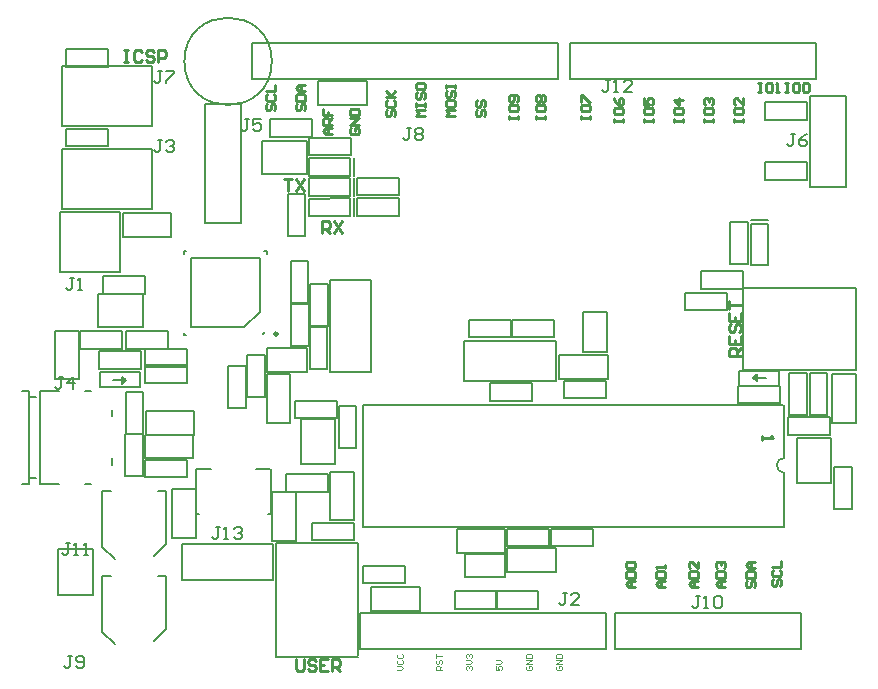
<source format=gto>
G04*
G04 #@! TF.GenerationSoftware,Altium Limited,Altium Designer,20.2.6 (244)*
G04*
G04 Layer_Color=65535*
%FSLAX44Y44*%
%MOMM*%
G71*
G04*
G04 #@! TF.SameCoordinates,CE6D2A43-BF16-4D6C-96BE-271B1CC6D4BA*
G04*
G04*
G04 #@! TF.FilePolarity,Positive*
G04*
G01*
G75*
%ADD10C,0.2000*%
%ADD11C,0.3000*%
%ADD12C,0.1000*%
%ADD13C,0.2540*%
D10*
X624010Y185610D02*
G03*
X624010Y172910I0J-6350D01*
G01*
X190110Y521360D02*
G03*
X190110Y521360I-37000J0D01*
G01*
X133470Y384360D02*
X163950D01*
X133470D02*
Y485360D01*
X163950D01*
Y384360D02*
Y485360D01*
X173228Y506222D02*
X432308D01*
Y536702D01*
X173228D02*
X432308D01*
X173228Y506222D02*
Y536702D01*
X12700Y517298D02*
X88900D01*
Y466298D02*
Y517298D01*
X12700Y466298D02*
X88900D01*
X12700D02*
Y498348D01*
Y485648D02*
Y517298D01*
Y447360D02*
X88900D01*
Y396360D02*
Y447360D01*
X12700Y396360D02*
X88900D01*
X12700D02*
Y428410D01*
Y415710D02*
Y447360D01*
X11000Y343000D02*
X61700D01*
X11000D02*
Y394000D01*
X61700D01*
Y361950D02*
Y394000D01*
Y343000D02*
Y374650D01*
X-6290Y163860D02*
Y241860D01*
Y163860D02*
X9710D01*
X-6290Y241860D02*
X9710D01*
X31710Y163860D02*
X36710D01*
X31710Y241860D02*
X36710D01*
X54710Y179860D02*
Y185860D01*
Y220860D02*
Y225860D01*
X-15290Y168860D02*
X-9290D01*
X-15290D02*
Y236860D01*
X-9290D01*
X-15290Y237860D02*
Y241860D01*
X-21290D02*
X-15290D01*
Y163860D02*
Y168860D01*
X-21290Y163860D02*
X-15290D01*
X114309Y112600D02*
X191309D01*
X114309Y82120D02*
Y112600D01*
Y82120D02*
X191309D01*
Y112600D01*
X264870Y23520D02*
X473150D01*
Y54000D01*
X264870D02*
X473150D01*
X264870Y23520D02*
Y54000D01*
X638250Y23520D02*
Y54000D01*
X480770Y23520D02*
X638250D01*
X480770D02*
Y54000D01*
X638250D01*
X675950Y414761D02*
Y491761D01*
X645470D02*
X675950D01*
X645470Y414761D02*
Y491761D01*
Y414761D02*
X675950D01*
X442670Y506120D02*
X650950D01*
Y536600D01*
X442670D02*
X650950D01*
X442670Y506120D02*
Y536600D01*
X68930Y170080D02*
X81012D01*
Y205640D01*
X66090D02*
X81012D01*
X66090Y170080D02*
Y205640D01*
Y170080D02*
X68930D01*
X193710Y17360D02*
Y113360D01*
Y17360D02*
X262710D01*
Y18360D02*
Y113360D01*
X215710D02*
X262710D01*
X193710D02*
X215710D01*
X82780Y327220D02*
Y339302D01*
X47220D02*
X82780D01*
X47220Y324380D02*
Y339302D01*
Y324380D02*
X82780D01*
Y327220D01*
X581198Y350012D02*
X593280D01*
Y385572D01*
X578358D02*
X593280D01*
X578358Y350012D02*
Y385572D01*
Y350012D02*
X581198D01*
X66407Y241640D02*
X78490D01*
X66407Y206080D02*
Y241640D01*
Y206080D02*
X81330D01*
Y241640D01*
X78490D02*
X81330D01*
X352710Y250360D02*
Y284360D01*
Y250360D02*
X430710D01*
Y284360D01*
X352710D02*
X430710D01*
X239710Y258360D02*
X273710D01*
Y336360D01*
X239710D02*
X273710D01*
X239710Y258360D02*
Y336360D01*
X219710Y425610D02*
Y454110D01*
X199860D02*
X203085D01*
X198335D02*
X219710D01*
X181710Y425610D02*
X219710D01*
X181710D02*
Y454110D01*
X198335D01*
X80710Y296110D02*
Y324610D01*
X60860D02*
X64085D01*
X59335D02*
X80710D01*
X42710Y296110D02*
X80710D01*
X42710D02*
Y324610D01*
X59335D01*
X634960Y164360D02*
X663460D01*
Y180985D02*
Y184210D01*
Y164360D02*
Y185735D01*
X634960Y164360D02*
Y202360D01*
X663460D01*
Y185735D02*
Y202360D01*
X214960Y218360D02*
X243460D01*
X214960Y198510D02*
Y201735D01*
Y196985D02*
Y218360D01*
X243460Y180360D02*
Y218360D01*
X214960Y180360D02*
X243460D01*
X214960D02*
Y196985D01*
X125710Y138360D02*
X128710D01*
X186710D02*
X189710D01*
X176710Y176360D02*
X188710D01*
X189710Y174360D02*
Y176360D01*
X125710D02*
X138710D01*
X125710Y174360D02*
Y176360D01*
X189710Y138360D02*
Y174360D01*
X125710Y138360D02*
Y174360D01*
X624010Y127260D02*
Y172910D01*
Y185610D02*
Y230260D01*
X267210Y127260D02*
Y230260D01*
Y127260D02*
X623010Y127260D01*
X267210Y230260D02*
X623010Y230260D01*
X182710Y290360D02*
X184710Y292360D01*
X167010Y296210D02*
X179860Y309060D01*
X121560Y296210D02*
X167010D01*
X121560D02*
Y354510D01*
X179860D01*
Y309060D02*
Y354510D01*
X185710Y358360D02*
Y360360D01*
X183710D02*
X185710D01*
X115710Y358360D02*
Y360360D01*
X117710D01*
X115710Y289360D02*
Y291360D01*
Y289360D02*
X117710D01*
X588710Y329360D02*
X684710D01*
X588710Y260360D02*
Y329360D01*
X589710Y260360D02*
X684710D01*
Y307360D01*
Y329360D01*
X6710Y252360D02*
X16710D01*
X6710D02*
Y293360D01*
X26710D01*
Y252360D02*
Y293360D01*
X16710Y252360D02*
X26710D01*
X674710Y256360D02*
X684710D01*
Y215360D02*
Y256360D01*
X664710Y215360D02*
X684710D01*
X664710D02*
Y256360D01*
X674710D01*
X257490Y444580D02*
Y456662D01*
X221930D02*
X257490D01*
X221930Y441740D02*
Y456662D01*
Y441740D02*
X257490D01*
Y444580D01*
X43930Y261057D02*
Y273140D01*
Y261057D02*
X79490D01*
Y275980D01*
X43930D02*
X79490D01*
X43930Y273140D02*
Y275980D01*
X239710Y132860D02*
X249710D01*
X239710D02*
Y173860D01*
X259710D01*
Y132860D02*
Y173860D01*
X249710Y132860D02*
X259710D01*
X249474Y194056D02*
X261556D01*
Y229616D01*
X246634D02*
X261556D01*
X246634Y194056D02*
Y229616D01*
Y194056D02*
X249474D01*
X628408Y257140D02*
X640490D01*
X628408Y221580D02*
Y257140D01*
Y221580D02*
X643330D01*
Y257140D01*
X640490D02*
X643330D01*
X645407D02*
X657490D01*
X645407Y221580D02*
Y257140D01*
Y221580D02*
X660330D01*
Y257140D01*
X657490D02*
X660330D01*
X259490Y118580D02*
Y130662D01*
X223930D02*
X259490D01*
X223930Y115740D02*
Y130662D01*
Y115740D02*
X259490D01*
Y118580D01*
X410490Y236580D02*
Y248662D01*
X374930D02*
X410490D01*
X374930Y233740D02*
Y248662D01*
Y233740D02*
X410490D01*
Y236580D01*
X620490Y234580D02*
Y246663D01*
X584930D02*
X620490D01*
X584930Y231740D02*
Y246663D01*
Y231740D02*
X620490D01*
Y234580D01*
X387710Y105360D02*
Y115360D01*
X346710Y105360D02*
X387710D01*
X346710D02*
Y125360D01*
X387710D01*
Y115360D02*
Y125360D01*
X297434Y410764D02*
Y422846D01*
X261874D02*
X297434D01*
X261874Y407924D02*
Y422846D01*
Y407924D02*
X297434D01*
Y410764D01*
X297490Y393580D02*
Y405662D01*
X261930D02*
X297490D01*
X261930Y390740D02*
Y405662D01*
Y390740D02*
X297490D01*
Y393580D01*
X607930Y472057D02*
Y484140D01*
Y472057D02*
X643490D01*
Y486980D01*
X607930D02*
X643490D01*
X607930Y484140D02*
Y486980D01*
X539750Y310452D02*
Y322534D01*
Y310452D02*
X575310D01*
Y325374D01*
X539750D02*
X575310D01*
X539750Y322534D02*
Y325374D01*
X553330Y328993D02*
Y341076D01*
Y328993D02*
X588890D01*
Y343916D01*
X553330D02*
X588890D01*
X553330Y341076D02*
Y343916D01*
X82930Y169058D02*
Y181140D01*
Y169058D02*
X118490D01*
Y183980D01*
X82930D02*
X118490D01*
X82930Y181140D02*
Y183980D01*
X206408Y315640D02*
X218490D01*
X206408Y280080D02*
Y315640D01*
Y280080D02*
X221330D01*
Y315640D01*
X218490D02*
X221330D01*
X82710Y195360D02*
Y205360D01*
X123710D01*
Y185360D02*
Y205360D01*
X82710Y185360D02*
X123710D01*
X82710D02*
Y195360D01*
X83210Y215360D02*
Y225360D01*
X124210D01*
Y205360D02*
Y225360D01*
X83210Y205360D02*
X124210D01*
X83210D02*
Y215360D01*
X206294Y373244D02*
X218377D01*
Y408804D01*
X203454D02*
X218377D01*
X203454Y373244D02*
Y408804D01*
Y373244D02*
X206294D01*
X105000Y373000D02*
Y383000D01*
X64000Y373000D02*
X105000D01*
X64000D02*
Y393000D01*
X105000D01*
Y383000D02*
Y393000D01*
X117990Y265580D02*
Y277663D01*
X82430D02*
X117990D01*
X82430Y262740D02*
Y277663D01*
Y262740D02*
X117990D01*
Y265580D01*
X66430Y278057D02*
Y290140D01*
Y278057D02*
X101990D01*
Y292980D01*
X66430D02*
X101990D01*
X66430Y290140D02*
Y292980D01*
X221815Y424236D02*
Y439159D01*
X256710Y424360D02*
Y439360D01*
X259710Y424360D02*
Y439360D01*
X221815Y424236D02*
X256710Y424360D01*
X221815Y439159D02*
X256710Y439360D01*
X595705Y348881D02*
X610628D01*
X595504Y383776D02*
X610504D01*
X595504Y386776D02*
X610504D01*
Y383776D02*
X610628Y348881D01*
X595504Y383776D02*
X595705Y348881D01*
X221815Y407236D02*
Y422159D01*
X256710Y407360D02*
Y422360D01*
X259710Y407360D02*
Y422360D01*
X221815Y407236D02*
X256710Y407360D01*
X221815Y422159D02*
X256710Y422360D01*
X221815Y390236D02*
Y405159D01*
X256710Y390360D02*
Y405360D01*
X259710Y390360D02*
Y405360D01*
X221815Y390236D02*
X256710Y390360D01*
X221815Y405159D02*
X256710Y405360D01*
X11710Y108360D02*
X38710D01*
Y69360D02*
Y108360D01*
X8710Y69360D02*
X38710D01*
X8710D02*
Y108360D01*
X11710D01*
X387710Y95360D02*
Y104360D01*
Y84360D02*
Y93360D01*
X353710Y84360D02*
Y90360D01*
Y84360D02*
X387710D01*
Y93360D02*
Y95360D01*
X353710Y104360D02*
X387710D01*
X353710Y90360D02*
Y104360D01*
X464710Y275360D02*
X473710D01*
X453710D02*
X462710D01*
X453710Y309360D02*
X459710D01*
X453710Y275360D02*
Y309360D01*
X462710Y275360D02*
X464710D01*
X473710D02*
Y309360D01*
X459710D02*
X473710D01*
X185710Y258360D02*
Y267360D01*
Y269360D02*
Y278360D01*
X219710Y272360D02*
Y278360D01*
X185710D02*
X219710D01*
X185710Y267360D02*
Y269360D01*
Y258360D02*
X219710D01*
Y272360D01*
X63710Y254360D02*
X66710Y251360D01*
X63710Y248360D02*
Y254360D01*
Y248360D02*
X66710Y251360D01*
X55710D02*
X66710D01*
X78710Y245360D02*
Y256110D01*
X44710Y245360D02*
X78710D01*
X44710D02*
Y258360D01*
X78710D01*
Y256110D02*
Y258360D01*
X597710Y253360D02*
X600710Y250360D01*
Y256360D01*
X597710Y253360D02*
X600710Y256360D01*
X597710Y253360D02*
X608710D01*
X585710Y248610D02*
Y259360D01*
X619710D01*
Y246360D02*
Y259360D01*
X585710Y246360D02*
X619710D01*
X585710D02*
Y248610D01*
X63490Y280580D02*
Y292663D01*
X27930D02*
X63490D01*
X27930Y277740D02*
Y292663D01*
Y277740D02*
X63490D01*
Y280580D01*
X626930Y205058D02*
Y217140D01*
Y205058D02*
X662490D01*
Y219980D01*
X626930D02*
X662490D01*
X626930Y217140D02*
Y219980D01*
X202430Y157058D02*
Y169140D01*
Y157058D02*
X237990D01*
Y171980D01*
X202430D02*
X237990D01*
X202430Y169140D02*
Y171980D01*
X188722Y457263D02*
Y469346D01*
Y457263D02*
X224282D01*
Y472186D01*
X188722D02*
X224282D01*
X188722Y469346D02*
Y472186D01*
X666407Y177640D02*
X678490D01*
X666407Y142080D02*
Y177640D01*
Y142080D02*
X681330D01*
Y177640D01*
X678490D02*
X681330D01*
X209930Y219058D02*
Y231140D01*
Y219058D02*
X245490D01*
Y233980D01*
X209930D02*
X245490D01*
X209930Y231140D02*
Y233980D01*
X429124Y290368D02*
Y302451D01*
X393564D02*
X429124D01*
X393564Y287528D02*
Y302451D01*
Y287528D02*
X429124D01*
Y290368D01*
X392430D02*
Y302451D01*
X356870D02*
X392430D01*
X356870Y287528D02*
Y302451D01*
Y287528D02*
X392430D01*
Y290368D01*
X190710Y156860D02*
X200710D01*
X190710Y115360D02*
Y156860D01*
Y115360D02*
X210710D01*
Y156860D01*
X200710D02*
X210710D01*
X105710Y158860D02*
X115710D01*
X105710Y117360D02*
Y158860D01*
Y117360D02*
X125710D01*
Y158860D01*
X115710D02*
X125710D01*
X461990Y113580D02*
Y125662D01*
X426430D02*
X461990D01*
X426430Y110740D02*
Y125662D01*
Y110740D02*
X461990D01*
Y113580D01*
X424990D02*
Y125662D01*
X389430D02*
X424990D01*
X389430Y110740D02*
Y125662D01*
Y110740D02*
X424990D01*
Y113580D01*
X430460Y99360D02*
Y109360D01*
X388960D02*
X430460D01*
X388960Y89360D02*
Y109360D01*
Y89360D02*
X430460D01*
Y99360D01*
X270686Y494284D02*
Y504284D01*
X229186D02*
X270686D01*
X229186Y484284D02*
Y504284D01*
Y484284D02*
X270686D01*
Y494284D01*
X437930Y236057D02*
Y248140D01*
Y236057D02*
X473490D01*
Y250980D01*
X437930D02*
X473490D01*
X437930Y248140D02*
Y250980D01*
X432960Y252360D02*
Y262360D01*
Y252360D02*
X474460D01*
Y272360D01*
X432960D02*
X474460D01*
X432960Y262360D02*
Y272360D01*
X51172Y519730D02*
Y531813D01*
X15612D02*
X51172D01*
X15612Y516890D02*
Y531813D01*
Y516890D02*
X51172D01*
Y519730D01*
X222407Y333140D02*
X234490D01*
X222407Y297580D02*
Y333140D01*
Y297580D02*
X237330D01*
Y333140D01*
X234490D02*
X237330D01*
X224930Y260580D02*
X237013D01*
Y296140D01*
X222090D02*
X237013D01*
X222090Y260580D02*
Y296140D01*
Y260580D02*
X224930D01*
X607930Y421058D02*
Y433140D01*
Y421058D02*
X643490D01*
Y435980D01*
X607930D02*
X643490D01*
X607930Y433140D02*
Y435980D01*
X82430Y249058D02*
Y261140D01*
Y249058D02*
X117990D01*
Y263980D01*
X82430D02*
X117990D01*
X82430Y261140D02*
Y263980D01*
X93710Y85360D02*
X100710D01*
X46710D02*
X53710D01*
X100710Y40360D02*
Y85360D01*
X90710Y30360D02*
X100710Y40360D01*
X46710Y38360D02*
X57210Y27860D01*
X46710Y38360D02*
Y85360D01*
X93710Y157360D02*
X100710D01*
X46710D02*
X53710D01*
X100710Y112360D02*
Y157360D01*
X90710Y102360D02*
X100710Y112360D01*
X46710Y110360D02*
X57210Y99860D01*
X46710Y110360D02*
Y157360D01*
X51280Y452220D02*
Y464302D01*
X15720D02*
X51280D01*
X15720Y449380D02*
Y464302D01*
Y449380D02*
X51280D01*
Y452220D01*
X155930Y228080D02*
X168013D01*
Y263640D01*
X153090D02*
X168013D01*
X153090Y228080D02*
Y263640D01*
Y228080D02*
X155930D01*
X171930Y237080D02*
X184013D01*
Y272640D01*
X169090D02*
X184013D01*
X169090Y237080D02*
Y272640D01*
Y237080D02*
X171930D01*
X208930Y317080D02*
X221012D01*
Y352640D01*
X206090D02*
X221012D01*
X206090Y317080D02*
Y352640D01*
Y317080D02*
X208930D01*
X195710Y215360D02*
X205710D01*
Y256860D01*
X185710D02*
X205710D01*
X185710Y215360D02*
Y256860D01*
Y215360D02*
X195710D01*
X345220Y57698D02*
Y69780D01*
Y57698D02*
X380780D01*
Y72620D01*
X345220D02*
X380780D01*
X345220Y69780D02*
Y72620D01*
X302780Y82220D02*
Y94303D01*
X267220D02*
X302780D01*
X267220Y79380D02*
Y94303D01*
Y79380D02*
X302780D01*
Y82220D01*
X380220Y57698D02*
Y69780D01*
Y57698D02*
X415780D01*
Y72620D01*
X380220D02*
X415780D01*
X380220Y69780D02*
Y72620D01*
X274250Y56000D02*
Y66000D01*
Y56000D02*
X315750D01*
Y76000D01*
X274250D02*
X315750D01*
X274250Y66000D02*
Y76000D01*
X171054Y472358D02*
X167722D01*
X169388D01*
Y464028D01*
X167722Y462362D01*
X166056D01*
X164389Y464028D01*
X181051Y472358D02*
X174386D01*
Y467360D01*
X177718Y469026D01*
X179384D01*
X181051Y467360D01*
Y464028D01*
X179384Y462362D01*
X176052D01*
X174386Y464028D01*
X308214Y464738D02*
X304882D01*
X306548D01*
Y456408D01*
X304882Y454742D01*
X303216D01*
X301549Y456408D01*
X311546Y463072D02*
X313212Y464738D01*
X316544D01*
X318211Y463072D01*
Y461406D01*
X316544Y459740D01*
X318211Y458074D01*
Y456408D01*
X316544Y454742D01*
X313212D01*
X311546Y456408D01*
Y458074D01*
X313212Y459740D01*
X311546Y461406D01*
Y463072D01*
X313212Y459740D02*
X316544D01*
X97394Y512998D02*
X94062D01*
X95728D01*
Y504668D01*
X94062Y503002D01*
X92395D01*
X90729Y504668D01*
X100726Y512998D02*
X107391D01*
Y511332D01*
X100726Y504668D01*
Y503002D01*
X97394Y454578D02*
X94062D01*
X95728D01*
Y446248D01*
X94062Y444582D01*
X92395D01*
X90729Y446248D01*
X100726Y452912D02*
X102392Y454578D01*
X105724D01*
X107391Y452912D01*
Y451246D01*
X105724Y449580D01*
X104058D01*
X105724D01*
X107391Y447914D01*
Y446248D01*
X105724Y444582D01*
X102392D01*
X100726Y446248D01*
X22860Y337738D02*
X19528D01*
X21194D01*
Y329408D01*
X19528Y327742D01*
X17862D01*
X16195Y329408D01*
X26192Y327742D02*
X29525D01*
X27858D01*
Y337738D01*
X26192Y336072D01*
X13574Y253918D02*
X10242D01*
X11908D01*
Y245588D01*
X10242Y243922D01*
X8576D01*
X6909Y245588D01*
X21904Y243922D02*
Y253918D01*
X16906Y248920D01*
X23571D01*
X19545Y113358D02*
X16212D01*
X17879D01*
Y105028D01*
X16212Y103362D01*
X14546D01*
X12880Y105028D01*
X22877Y103362D02*
X26209D01*
X24543D01*
Y113358D01*
X22877Y111692D01*
X31208Y103362D02*
X34540D01*
X32874D01*
Y113358D01*
X31208Y111692D01*
X21194Y17698D02*
X17862D01*
X19528D01*
Y9368D01*
X17862Y7702D01*
X16195D01*
X14529Y9368D01*
X24526D02*
X26192Y7702D01*
X29525D01*
X31191Y9368D01*
Y16032D01*
X29525Y17698D01*
X26192D01*
X24526Y16032D01*
Y14366D01*
X26192Y12700D01*
X31191D01*
X146568Y126918D02*
X143236D01*
X144902D01*
Y118588D01*
X143236Y116922D01*
X141570D01*
X139904Y118588D01*
X149901Y116922D02*
X153233D01*
X151567D01*
Y126918D01*
X149901Y125252D01*
X158231D02*
X159898Y126918D01*
X163230D01*
X164896Y125252D01*
Y123586D01*
X163230Y121920D01*
X161564D01*
X163230D01*
X164896Y120254D01*
Y118588D01*
X163230Y116922D01*
X159898D01*
X158231Y118588D01*
X440294Y71038D02*
X436962D01*
X438628D01*
Y62708D01*
X436962Y61042D01*
X435295D01*
X433629Y62708D01*
X450291Y61042D02*
X443626D01*
X450291Y67706D01*
Y69372D01*
X448624Y71038D01*
X445292D01*
X443626Y69372D01*
X552968Y68498D02*
X549636D01*
X551302D01*
Y60168D01*
X549636Y58502D01*
X547970D01*
X546304Y60168D01*
X556301Y58502D02*
X559633D01*
X557967D01*
Y68498D01*
X556301Y66832D01*
X564632D02*
X566298Y68498D01*
X569630D01*
X571296Y66832D01*
Y60168D01*
X569630Y58502D01*
X566298D01*
X564632Y60168D01*
Y66832D01*
X633334Y459658D02*
X630002D01*
X631668D01*
Y451328D01*
X630002Y449662D01*
X628335D01*
X626669Y451328D01*
X643331Y459658D02*
X639998Y457992D01*
X636666Y454660D01*
Y451328D01*
X638332Y449662D01*
X641665D01*
X643331Y451328D01*
Y452994D01*
X641665Y454660D01*
X636666D01*
X476768Y505378D02*
X473436D01*
X475102D01*
Y497048D01*
X473436Y495382D01*
X471770D01*
X470104Y497048D01*
X480101Y495382D02*
X483433D01*
X481767D01*
Y505378D01*
X480101Y503712D01*
X495096Y495382D02*
X488432D01*
X495096Y502046D01*
Y503712D01*
X493430Y505378D01*
X490098D01*
X488432Y503712D01*
D11*
X194710Y290360D02*
G03*
X194710Y290360I-1000J0D01*
G01*
D12*
X296092Y6080D02*
X299424D01*
X301090Y7746D01*
X299424Y9412D01*
X296092D01*
X296925Y14411D02*
X296092Y13578D01*
Y11911D01*
X296925Y11078D01*
X300257D01*
X301090Y11911D01*
Y13578D01*
X300257Y14411D01*
X296925Y19409D02*
X296092Y18576D01*
Y16910D01*
X296925Y16077D01*
X300257D01*
X301090Y16910D01*
Y18576D01*
X300257Y19409D01*
X334280Y6080D02*
X329282D01*
Y8579D01*
X330115Y9412D01*
X331781D01*
X332614Y8579D01*
Y6080D01*
Y7746D02*
X334280Y9412D01*
X330115Y14411D02*
X329282Y13578D01*
Y11911D01*
X330115Y11078D01*
X330948D01*
X331781Y11911D01*
Y13578D01*
X332614Y14411D01*
X333447D01*
X334280Y13578D01*
Y11911D01*
X333447Y11078D01*
X329282Y16077D02*
Y19409D01*
Y17743D01*
X334280D01*
X355515Y6080D02*
X354682Y6913D01*
Y8579D01*
X355515Y9412D01*
X356348D01*
X357181Y8579D01*
Y7746D01*
Y8579D01*
X358014Y9412D01*
X358847D01*
X359680Y8579D01*
Y6913D01*
X358847Y6080D01*
X354682Y11078D02*
X358014D01*
X359680Y12744D01*
X358014Y14411D01*
X354682D01*
X355515Y16077D02*
X354682Y16910D01*
Y18576D01*
X355515Y19409D01*
X356348D01*
X357181Y18576D01*
Y17743D01*
Y18576D01*
X358014Y19409D01*
X358847D01*
X359680Y18576D01*
Y16910D01*
X358847Y16077D01*
X380082Y9412D02*
Y6080D01*
X382581D01*
X381748Y7746D01*
Y8579D01*
X382581Y9412D01*
X384247D01*
X385080Y8579D01*
Y6913D01*
X384247Y6080D01*
X380082Y11078D02*
X383414D01*
X385080Y12744D01*
X383414Y14411D01*
X380082D01*
X406315Y9412D02*
X405482Y8579D01*
Y6913D01*
X406315Y6080D01*
X409647D01*
X410480Y6913D01*
Y8579D01*
X409647Y9412D01*
X407981D01*
Y7746D01*
X410480Y11078D02*
X405482D01*
X410480Y14411D01*
X405482D01*
Y16077D02*
X410480D01*
Y18576D01*
X409647Y19409D01*
X406315D01*
X405482Y18576D01*
Y16077D01*
X431715Y9412D02*
X430882Y8579D01*
Y6913D01*
X431715Y6080D01*
X435047D01*
X435880Y6913D01*
Y8579D01*
X435047Y9412D01*
X433381D01*
Y7746D01*
X435880Y11078D02*
X430882D01*
X435880Y14411D01*
X430882D01*
Y16077D02*
X435880D01*
Y18576D01*
X435047Y19409D01*
X431715D01*
X430882Y18576D01*
Y16077D01*
D13*
X614874Y82669D02*
X613541Y81336D01*
Y78670D01*
X614874Y77337D01*
X616206D01*
X617539Y78670D01*
Y81336D01*
X618872Y82669D01*
X620205D01*
X621538Y81336D01*
Y78670D01*
X620205Y77337D01*
X614874Y90666D02*
X613541Y89333D01*
Y86667D01*
X614874Y85335D01*
X620205D01*
X621538Y86667D01*
Y89333D01*
X620205Y90666D01*
X613541Y93332D02*
X621538D01*
Y98664D01*
X592775Y81532D02*
X591443Y80199D01*
Y77533D01*
X592775Y76200D01*
X594108D01*
X595441Y77533D01*
Y80199D01*
X596774Y81532D01*
X598107D01*
X599440Y80199D01*
Y77533D01*
X598107Y76200D01*
X591443Y84197D02*
X599440D01*
Y88196D01*
X598107Y89529D01*
X592775D01*
X591443Y88196D01*
Y84197D01*
X599440Y92195D02*
X594108D01*
X591443Y94861D01*
X594108Y97526D01*
X599440D01*
X595441D01*
Y92195D01*
X574040Y76200D02*
X568708D01*
X566043Y78866D01*
X568708Y81532D01*
X574040D01*
X570041D01*
Y76200D01*
X566043Y84197D02*
X574040D01*
Y88196D01*
X572707Y89529D01*
X567375D01*
X566043Y88196D01*
Y84197D01*
X567375Y92195D02*
X566043Y93528D01*
Y96194D01*
X567375Y97526D01*
X568708D01*
X570041Y96194D01*
Y94861D01*
Y96194D01*
X571374Y97526D01*
X572707D01*
X574040Y96194D01*
Y93528D01*
X572707Y92195D01*
X551180Y76200D02*
X545848D01*
X543183Y78866D01*
X545848Y81532D01*
X551180D01*
X547181D01*
Y76200D01*
X543183Y84197D02*
X551180D01*
Y88196D01*
X549847Y89529D01*
X544515D01*
X543183Y88196D01*
Y84197D01*
X551180Y97526D02*
Y92195D01*
X545848Y97526D01*
X544515D01*
X543183Y96194D01*
Y93528D01*
X544515Y92195D01*
X523240Y76200D02*
X517908D01*
X515243Y78866D01*
X517908Y81532D01*
X523240D01*
X519241D01*
Y76200D01*
X515243Y84197D02*
X523240D01*
Y88196D01*
X521907Y89529D01*
X516576D01*
X515243Y88196D01*
Y84197D01*
X523240Y92195D02*
Y94861D01*
Y93528D01*
X515243D01*
X516576Y92195D01*
X497840Y76200D02*
X492508D01*
X489843Y78866D01*
X492508Y81532D01*
X497840D01*
X493841D01*
Y76200D01*
X489843Y84197D02*
X497840D01*
Y88196D01*
X496507Y89529D01*
X491175D01*
X489843Y88196D01*
Y84197D01*
X491175Y92195D02*
X489843Y93528D01*
Y96194D01*
X491175Y97526D01*
X496507D01*
X497840Y96194D01*
Y93528D01*
X496507Y92195D01*
X491175D01*
X624840Y503297D02*
X627506D01*
X626173D01*
Y495300D01*
X624840D01*
X627506D01*
X635503Y503297D02*
X632837D01*
X631505Y501964D01*
Y496633D01*
X632837Y495300D01*
X635503D01*
X636836Y496633D01*
Y501964D01*
X635503Y503297D01*
X639502Y501964D02*
X640835Y503297D01*
X643501D01*
X644834Y501964D01*
Y496633D01*
X643501Y495300D01*
X640835D01*
X639502Y496633D01*
Y501964D01*
X601980Y503297D02*
X604646D01*
X603313D01*
Y495300D01*
X601980D01*
X604646D01*
X612643Y503297D02*
X609977D01*
X608644Y501964D01*
Y496633D01*
X609977Y495300D01*
X612643D01*
X613976Y496633D01*
Y501964D01*
X612643Y503297D01*
X616642Y495300D02*
X619308D01*
X617975D01*
Y503297D01*
X616642Y501964D01*
X581283Y469900D02*
Y472566D01*
Y471233D01*
X589280D01*
Y469900D01*
Y472566D01*
X581283Y480563D02*
Y477897D01*
X582616Y476564D01*
X587947D01*
X589280Y477897D01*
Y480563D01*
X587947Y481896D01*
X582616D01*
X581283Y480563D01*
X589280Y489894D02*
Y484562D01*
X583948Y489894D01*
X582616D01*
X581283Y488561D01*
Y485895D01*
X582616Y484562D01*
X555883Y469900D02*
Y472566D01*
Y471233D01*
X563880D01*
Y469900D01*
Y472566D01*
X555883Y480563D02*
Y477897D01*
X557215Y476564D01*
X562547D01*
X563880Y477897D01*
Y480563D01*
X562547Y481896D01*
X557215D01*
X555883Y480563D01*
X557215Y484562D02*
X555883Y485895D01*
Y488561D01*
X557215Y489894D01*
X558548D01*
X559881Y488561D01*
Y487228D01*
Y488561D01*
X561214Y489894D01*
X562547D01*
X563880Y488561D01*
Y485895D01*
X562547Y484562D01*
X530483Y469900D02*
Y472566D01*
Y471233D01*
X538480D01*
Y469900D01*
Y472566D01*
X530483Y480563D02*
Y477897D01*
X531815Y476564D01*
X537147D01*
X538480Y477897D01*
Y480563D01*
X537147Y481896D01*
X531815D01*
X530483Y480563D01*
X538480Y488561D02*
X530483D01*
X534481Y484562D01*
Y489894D01*
X505083Y469900D02*
Y472566D01*
Y471233D01*
X513080D01*
Y469900D01*
Y472566D01*
X505083Y480563D02*
Y477897D01*
X506415Y476564D01*
X511747D01*
X513080Y477897D01*
Y480563D01*
X511747Y481896D01*
X506415D01*
X505083Y480563D01*
Y489894D02*
Y484562D01*
X509081D01*
X507748Y487228D01*
Y488561D01*
X509081Y489894D01*
X511747D01*
X513080Y488561D01*
Y485895D01*
X511747Y484562D01*
X479683Y469900D02*
Y472566D01*
Y471233D01*
X487680D01*
Y469900D01*
Y472566D01*
X479683Y480563D02*
Y477897D01*
X481016Y476564D01*
X486347D01*
X487680Y477897D01*
Y480563D01*
X486347Y481896D01*
X481016D01*
X479683Y480563D01*
Y489894D02*
X481016Y487228D01*
X483681Y484562D01*
X486347D01*
X487680Y485895D01*
Y488561D01*
X486347Y489894D01*
X485014D01*
X483681Y488561D01*
Y484562D01*
X451743Y472440D02*
Y475106D01*
Y473773D01*
X459740D01*
Y472440D01*
Y475106D01*
X451743Y483103D02*
Y480437D01*
X453075Y479104D01*
X458407D01*
X459740Y480437D01*
Y483103D01*
X458407Y484436D01*
X453075D01*
X451743Y483103D01*
Y487102D02*
Y492434D01*
X453075D01*
X458407Y487102D01*
X459740D01*
X413643Y472440D02*
Y475106D01*
Y473773D01*
X421640D01*
Y472440D01*
Y475106D01*
X413643Y483103D02*
Y480437D01*
X414976Y479104D01*
X420307D01*
X421640Y480437D01*
Y483103D01*
X420307Y484436D01*
X414976D01*
X413643Y483103D01*
X414976Y487102D02*
X413643Y488435D01*
Y491101D01*
X414976Y492434D01*
X416308D01*
X417641Y491101D01*
X418974Y492434D01*
X420307D01*
X421640Y491101D01*
Y488435D01*
X420307Y487102D01*
X418974D01*
X417641Y488435D01*
X416308Y487102D01*
X414976D01*
X417641Y488435D02*
Y491101D01*
X390783Y472440D02*
Y475106D01*
Y473773D01*
X398780D01*
Y472440D01*
Y475106D01*
X390783Y483103D02*
Y480437D01*
X392116Y479104D01*
X397447D01*
X398780Y480437D01*
Y483103D01*
X397447Y484436D01*
X392116D01*
X390783Y483103D01*
X397447Y487102D02*
X398780Y488435D01*
Y491101D01*
X397447Y492434D01*
X392116D01*
X390783Y491101D01*
Y488435D01*
X392116Y487102D01*
X393448D01*
X394781Y488435D01*
Y492434D01*
X364175Y480312D02*
X362843Y478979D01*
Y476313D01*
X364175Y474980D01*
X365508D01*
X366841Y476313D01*
Y478979D01*
X368174Y480312D01*
X369507D01*
X370840Y478979D01*
Y476313D01*
X369507Y474980D01*
X364175Y488309D02*
X362843Y486976D01*
Y484310D01*
X364175Y482977D01*
X365508D01*
X366841Y484310D01*
Y486976D01*
X368174Y488309D01*
X369507D01*
X370840Y486976D01*
Y484310D01*
X369507Y482977D01*
X345440Y474980D02*
X337443D01*
X340108Y477646D01*
X337443Y480312D01*
X345440D01*
X337443Y486976D02*
Y484310D01*
X338775Y482977D01*
X344107D01*
X345440Y484310D01*
Y486976D01*
X344107Y488309D01*
X338775D01*
X337443Y486976D01*
X338775Y496306D02*
X337443Y494974D01*
Y492308D01*
X338775Y490975D01*
X340108D01*
X341441Y492308D01*
Y494974D01*
X342774Y496306D01*
X344107D01*
X345440Y494974D01*
Y492308D01*
X344107Y490975D01*
X337443Y498972D02*
Y501638D01*
Y500305D01*
X345440D01*
Y498972D01*
Y501638D01*
X320040Y474980D02*
X312043D01*
X314708Y477646D01*
X312043Y480312D01*
X320040D01*
X312043Y482977D02*
Y485643D01*
Y484310D01*
X320040D01*
Y482977D01*
Y485643D01*
X313375Y494974D02*
X312043Y493641D01*
Y490975D01*
X313375Y489642D01*
X314708D01*
X316041Y490975D01*
Y493641D01*
X317374Y494974D01*
X318707D01*
X320040Y493641D01*
Y490975D01*
X318707Y489642D01*
X312043Y501638D02*
Y498972D01*
X313375Y497639D01*
X318707D01*
X320040Y498972D01*
Y501638D01*
X318707Y502971D01*
X313375D01*
X312043Y501638D01*
X287976Y480312D02*
X286643Y478979D01*
Y476313D01*
X287976Y474980D01*
X289308D01*
X290641Y476313D01*
Y478979D01*
X291974Y480312D01*
X293307D01*
X294640Y478979D01*
Y476313D01*
X293307Y474980D01*
X287976Y488309D02*
X286643Y486976D01*
Y484310D01*
X287976Y482977D01*
X293307D01*
X294640Y484310D01*
Y486976D01*
X293307Y488309D01*
X286643Y490975D02*
X294640D01*
X291974D01*
X286643Y496306D01*
X290641Y492308D01*
X294640Y496306D01*
X257495Y465072D02*
X256163Y463739D01*
Y461073D01*
X257495Y459740D01*
X262827D01*
X264160Y461073D01*
Y463739D01*
X262827Y465072D01*
X260161D01*
Y462406D01*
X264160Y467737D02*
X256163D01*
X264160Y473069D01*
X256163D01*
Y475735D02*
X264160D01*
Y479734D01*
X262827Y481066D01*
X257495D01*
X256163Y479734D01*
Y475735D01*
X241300Y459740D02*
X235968D01*
X233303Y462406D01*
X235968Y465072D01*
X241300D01*
X237301D01*
Y459740D01*
X241300Y467737D02*
X233303D01*
Y471736D01*
X234636Y473069D01*
X237301D01*
X238634Y471736D01*
Y467737D01*
Y470403D02*
X241300Y473069D01*
X233303Y481066D02*
Y475735D01*
X237301D01*
Y478401D01*
Y475735D01*
X241300D01*
X211775Y485392D02*
X210443Y484059D01*
Y481393D01*
X211775Y480060D01*
X213108D01*
X214441Y481393D01*
Y484059D01*
X215774Y485392D01*
X217107D01*
X218440Y484059D01*
Y481393D01*
X217107Y480060D01*
X210443Y488057D02*
X218440D01*
Y492056D01*
X217107Y493389D01*
X211775D01*
X210443Y492056D01*
Y488057D01*
X218440Y496055D02*
X213108D01*
X210443Y498721D01*
X213108Y501386D01*
X218440D01*
X214441D01*
Y496055D01*
X186376Y485392D02*
X185043Y484059D01*
Y481393D01*
X186376Y480060D01*
X187708D01*
X189041Y481393D01*
Y484059D01*
X190374Y485392D01*
X191707D01*
X193040Y484059D01*
Y481393D01*
X191707Y480060D01*
X186376Y493389D02*
X185043Y492056D01*
Y489390D01*
X186376Y488057D01*
X191707D01*
X193040Y489390D01*
Y492056D01*
X191707Y493389D01*
X185043Y496055D02*
X193040D01*
Y501386D01*
X232714Y376165D02*
Y386161D01*
X237712D01*
X239378Y384495D01*
Y381163D01*
X237712Y379497D01*
X232714D01*
X236046D02*
X239378Y376165D01*
X242710Y386161D02*
X249375Y376165D01*
Y386161D02*
X242710Y376165D01*
X200660Y421477D02*
X207325D01*
X203992D01*
Y411480D01*
X210657Y421477D02*
X217321Y411480D01*
Y421477D02*
X210657Y411480D01*
X604774Y203962D02*
Y200630D01*
Y202296D01*
X614771D01*
X613105Y203962D01*
X65278Y530951D02*
X68610D01*
X66944D01*
Y520954D01*
X65278D01*
X68610D01*
X80273Y529285D02*
X78607Y530951D01*
X75275D01*
X73609Y529285D01*
Y522620D01*
X75275Y520954D01*
X78607D01*
X80273Y522620D01*
X90270Y529285D02*
X88604Y530951D01*
X85272D01*
X83605Y529285D01*
Y527618D01*
X85272Y525952D01*
X88604D01*
X90270Y524286D01*
Y522620D01*
X88604Y520954D01*
X85272D01*
X83605Y522620D01*
X93602Y520954D02*
Y530951D01*
X98601D01*
X100267Y529285D01*
Y525952D01*
X98601Y524286D01*
X93602D01*
X210820Y15077D02*
Y6746D01*
X212486Y5080D01*
X215818D01*
X217484Y6746D01*
Y15077D01*
X227481Y13411D02*
X225815Y15077D01*
X222483D01*
X220817Y13411D01*
Y11745D01*
X222483Y10078D01*
X225815D01*
X227481Y8412D01*
Y6746D01*
X225815Y5080D01*
X222483D01*
X220817Y6746D01*
X237478Y15077D02*
X230814D01*
Y5080D01*
X237478D01*
X230814Y10078D02*
X234146D01*
X240810Y5080D02*
Y15077D01*
X245809D01*
X247475Y13411D01*
Y10078D01*
X245809Y8412D01*
X240810D01*
X244143D02*
X247475Y5080D01*
X586966Y271898D02*
X576969D01*
Y276896D01*
X578635Y278562D01*
X581968D01*
X583634Y276896D01*
Y271898D01*
Y275230D02*
X586966Y278562D01*
X576969Y288559D02*
Y281895D01*
X586966D01*
Y288559D01*
X581968Y281895D02*
Y285227D01*
X578635Y298556D02*
X576969Y296890D01*
Y293558D01*
X578635Y291891D01*
X580302D01*
X581968Y293558D01*
Y296890D01*
X583634Y298556D01*
X585300D01*
X586966Y296890D01*
Y293558D01*
X585300Y291891D01*
X576969Y308553D02*
Y301888D01*
X586966D01*
Y308553D01*
X581968Y301888D02*
Y305221D01*
X576969Y311885D02*
Y318549D01*
Y315217D01*
X586966D01*
M02*

</source>
